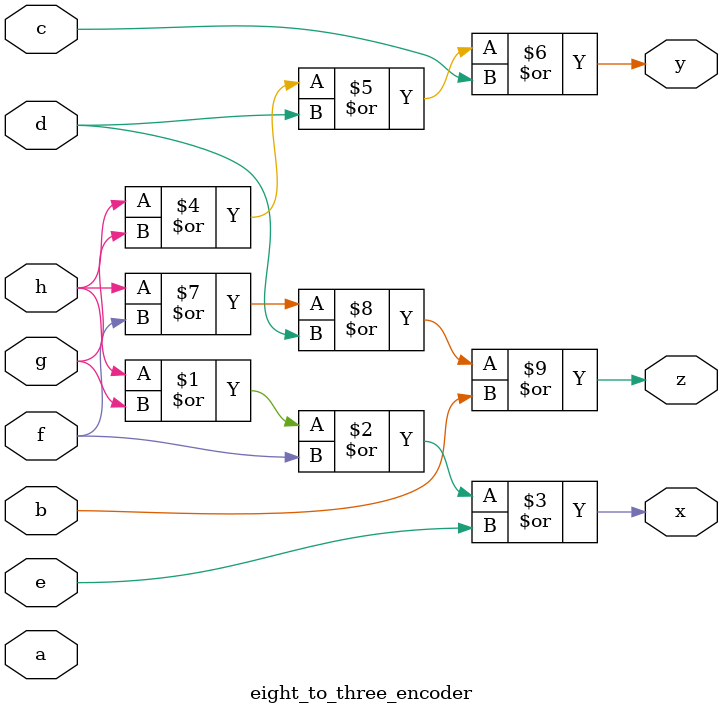
<source format=v>

module eight_to_three_encoder(a,b,c,d,e,f,g,h,x,y,z);
input a,b,c,d,e,f,g,h;
output  x,y,z;

assign x = h | g | f | e ; 
assign y = h | g | d | c ;
assign z = h | f | d | b ;

endmodule

</source>
